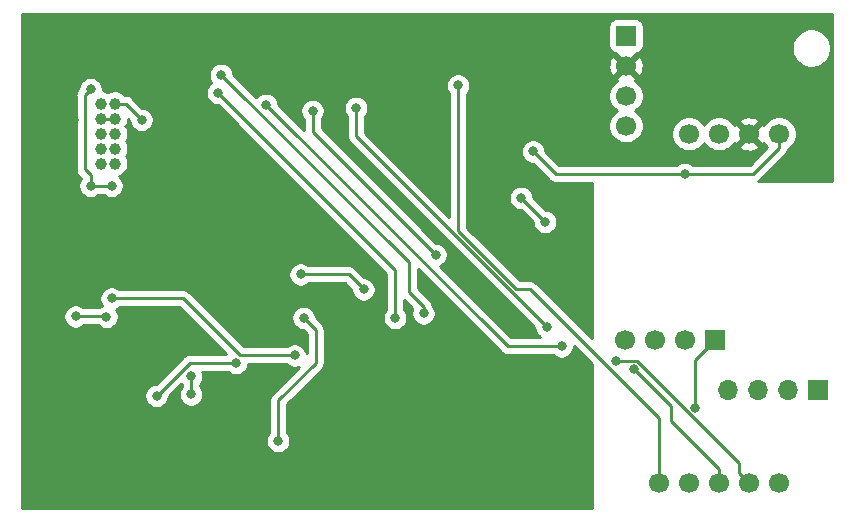
<source format=gbr>
%TF.GenerationSoftware,KiCad,Pcbnew,(5.1.5)-3*%
%TF.CreationDate,2020-03-09T23:17:30+02:00*%
%TF.ProjectId,iaq_device,6961715f-6465-4766-9963-652e6b696361,rev?*%
%TF.SameCoordinates,Original*%
%TF.FileFunction,Copper,L2,Bot*%
%TF.FilePolarity,Positive*%
%FSLAX46Y46*%
G04 Gerber Fmt 4.6, Leading zero omitted, Abs format (unit mm)*
G04 Created by KiCad (PCBNEW (5.1.5)-3) date 2020-03-09 23:17:30*
%MOMM*%
%LPD*%
G04 APERTURE LIST*
%ADD10O,1.700000X1.700000*%
%ADD11R,1.700000X1.700000*%
%ADD12C,1.700000*%
%ADD13C,1.000000*%
%ADD14C,0.800000*%
%ADD15C,0.254000*%
G04 APERTURE END LIST*
D10*
X164338000Y-106426000D03*
D11*
X166878000Y-106426000D03*
D10*
X159258000Y-106426000D03*
X161798000Y-106426000D03*
D12*
X150495000Y-102235000D03*
X153035000Y-102235000D03*
X155575000Y-102235000D03*
D11*
X158115000Y-102235000D03*
D12*
X163576000Y-84760000D03*
X161036000Y-84760000D03*
X158496000Y-84760000D03*
X155956000Y-84760000D03*
X153416000Y-114300000D03*
X155956000Y-114300000D03*
X158496000Y-114300000D03*
X161036000Y-114300000D03*
X163576000Y-114300000D03*
X150622000Y-84074000D03*
X150622000Y-81534000D03*
X150622000Y-78994000D03*
D11*
X150622000Y-76454000D03*
D13*
X106180000Y-82210000D03*
X106180000Y-83480000D03*
X106180000Y-84750000D03*
X106180000Y-86020000D03*
X106180000Y-87290000D03*
X107340000Y-87290000D03*
X107340000Y-86020000D03*
X107340000Y-84750000D03*
X107340000Y-83480000D03*
X107340000Y-82210000D03*
D14*
X156464000Y-107950000D03*
X119126000Y-76200000D03*
X111379000Y-80137000D03*
X121920000Y-80518000D03*
X114300000Y-76200000D03*
X107315000Y-93345000D03*
X103886000Y-83566000D03*
X107188000Y-115062000D03*
X131064000Y-114808000D03*
X113792000Y-92202000D03*
X121793000Y-92075000D03*
X144145000Y-77851000D03*
X131445000Y-77978000D03*
X147701000Y-85725000D03*
X124968000Y-98425000D03*
X145034000Y-96139000D03*
X105537000Y-104140000D03*
X107696000Y-101854000D03*
X126111000Y-82169000D03*
X116078000Y-81280000D03*
X131064000Y-100330000D03*
X136398000Y-80645000D03*
X104013000Y-100203000D03*
X106631500Y-100251500D03*
X109601000Y-83566000D03*
X142748000Y-86233000D03*
X155575000Y-88138000D03*
X110871000Y-106934000D03*
X117602000Y-104140000D03*
X121158000Y-110744000D03*
X123317000Y-100330000D03*
X143764000Y-92202000D03*
X141732000Y-90170000D03*
X134493000Y-94996000D03*
X124079000Y-82804000D03*
X107061000Y-98679000D03*
X122555000Y-103505000D03*
X127762000Y-82550000D03*
X143891000Y-101092000D03*
X149733000Y-103994000D03*
X113792000Y-106807000D03*
X113792000Y-105283000D03*
X145161000Y-102743000D03*
X120142000Y-82296000D03*
X151257000Y-104648000D03*
X133477000Y-99949000D03*
X116332000Y-79756000D03*
X107061000Y-89154000D03*
X105283000Y-89154000D03*
X105283000Y-80973798D03*
X128397000Y-97917000D03*
X123063000Y-96647000D03*
D15*
X156464000Y-103886000D02*
X158115000Y-102235000D01*
X156464000Y-107950000D02*
X156464000Y-103886000D01*
X107340000Y-83480000D02*
X106887106Y-83480000D01*
X106887106Y-83480000D02*
X106180000Y-83480000D01*
X131064000Y-96266000D02*
X116078000Y-81280000D01*
X131064000Y-100330000D02*
X131064000Y-96266000D01*
X136398000Y-93012078D02*
X141302922Y-97917000D01*
X136398000Y-80645000D02*
X136398000Y-93012078D01*
X141302922Y-97917000D02*
X142494000Y-97917000D01*
X153416000Y-108839000D02*
X153416000Y-114300000D01*
X142494000Y-97917000D02*
X153416000Y-108839000D01*
X106583000Y-100203000D02*
X106631500Y-100251500D01*
X104013000Y-100203000D02*
X106583000Y-100203000D01*
X108245000Y-82210000D02*
X107340000Y-82210000D01*
X109601000Y-83566000D02*
X108245000Y-82210000D01*
X163576000Y-85962081D02*
X161400081Y-88138000D01*
X163576000Y-84760000D02*
X163576000Y-85962081D01*
X144653000Y-88138000D02*
X142748000Y-86233000D01*
X161400081Y-88138000D02*
X155575000Y-88138000D01*
X155575000Y-88138000D02*
X144653000Y-88138000D01*
X113665000Y-104140000D02*
X117602000Y-104140000D01*
X110871000Y-106934000D02*
X113665000Y-104140000D01*
X121158000Y-110744000D02*
X121158000Y-107315000D01*
X121158000Y-107315000D02*
X124333000Y-104140000D01*
X124333000Y-101346000D02*
X123317000Y-100330000D01*
X124333000Y-104140000D02*
X124333000Y-101346000D01*
X143764000Y-92202000D02*
X141732000Y-90170000D01*
X134493000Y-94996000D02*
X124079000Y-84582000D01*
X124079000Y-84582000D02*
X124079000Y-82804000D01*
X107061000Y-98679000D02*
X113108924Y-98679000D01*
X117934924Y-103505000D02*
X122555000Y-103505000D01*
X113108924Y-98679000D02*
X117934924Y-103505000D01*
X127762000Y-82550000D02*
X127762000Y-84963000D01*
X127762000Y-84963000D02*
X143891000Y-101092000D01*
X160186001Y-113450001D02*
X161036000Y-114300000D01*
X160186001Y-112609079D02*
X160186001Y-113450001D01*
X151570922Y-103994000D02*
X160186001Y-112609079D01*
X149733000Y-103994000D02*
X151570922Y-103994000D01*
X113792000Y-106807000D02*
X113792000Y-105283000D01*
X145161000Y-102743000D02*
X140589000Y-102743000D01*
X140589000Y-102743000D02*
X120142000Y-82296000D01*
X158496000Y-113097919D02*
X154432000Y-109033919D01*
X158496000Y-114300000D02*
X158496000Y-113097919D01*
X154432000Y-109033919D02*
X154432000Y-107950000D01*
X154432000Y-107950000D02*
X154432000Y-107823000D01*
X154432000Y-107823000D02*
X151257000Y-104648000D01*
X133477000Y-99383315D02*
X132207000Y-98113315D01*
X133477000Y-99949000D02*
X133477000Y-99383315D01*
X132207000Y-98113315D02*
X132207000Y-95631000D01*
X132207000Y-95631000D02*
X116332000Y-79756000D01*
X107061000Y-89154000D02*
X105283000Y-89154000D01*
X104775000Y-87757000D02*
X104775000Y-81481798D01*
X105283000Y-89154000D02*
X105283000Y-88265000D01*
X104775000Y-81481798D02*
X105283000Y-80973798D01*
X105283000Y-88265000D02*
X104775000Y-87757000D01*
X128397000Y-97917000D02*
X127127000Y-96647000D01*
X127127000Y-96647000D02*
X123063000Y-96647000D01*
G36*
X168021000Y-88773000D02*
G01*
X161827477Y-88773000D01*
X161941503Y-88679422D01*
X161965365Y-88650346D01*
X164088352Y-86527360D01*
X164117422Y-86503503D01*
X164212645Y-86387473D01*
X164283402Y-86255096D01*
X164326974Y-86111459D01*
X164334064Y-86039472D01*
X164522632Y-85913475D01*
X164729475Y-85706632D01*
X164891990Y-85463411D01*
X165003932Y-85193158D01*
X165061000Y-84906260D01*
X165061000Y-84613740D01*
X165003932Y-84326842D01*
X164891990Y-84056589D01*
X164729475Y-83813368D01*
X164522632Y-83606525D01*
X164279411Y-83444010D01*
X164009158Y-83332068D01*
X163722260Y-83275000D01*
X163429740Y-83275000D01*
X163142842Y-83332068D01*
X162872589Y-83444010D01*
X162629368Y-83606525D01*
X162422525Y-83813368D01*
X162306689Y-83986729D01*
X162064397Y-83911208D01*
X161215605Y-84760000D01*
X162064397Y-85608792D01*
X162306689Y-85533271D01*
X162422525Y-85706632D01*
X162588172Y-85872279D01*
X161084451Y-87376000D01*
X156276711Y-87376000D01*
X156234774Y-87334063D01*
X156065256Y-87220795D01*
X155876898Y-87142774D01*
X155676939Y-87103000D01*
X155473061Y-87103000D01*
X155273102Y-87142774D01*
X155084744Y-87220795D01*
X154915226Y-87334063D01*
X154873289Y-87376000D01*
X144968631Y-87376000D01*
X143783000Y-86190370D01*
X143783000Y-86131061D01*
X143743226Y-85931102D01*
X143665205Y-85742744D01*
X143551937Y-85573226D01*
X143407774Y-85429063D01*
X143238256Y-85315795D01*
X143049898Y-85237774D01*
X142849939Y-85198000D01*
X142646061Y-85198000D01*
X142446102Y-85237774D01*
X142257744Y-85315795D01*
X142088226Y-85429063D01*
X141944063Y-85573226D01*
X141830795Y-85742744D01*
X141752774Y-85931102D01*
X141713000Y-86131061D01*
X141713000Y-86334939D01*
X141752774Y-86534898D01*
X141830795Y-86723256D01*
X141944063Y-86892774D01*
X142088226Y-87036937D01*
X142257744Y-87150205D01*
X142446102Y-87228226D01*
X142646061Y-87268000D01*
X142705370Y-87268000D01*
X144087721Y-88650352D01*
X144111578Y-88679422D01*
X144140648Y-88703279D01*
X144227607Y-88774645D01*
X144270879Y-88797774D01*
X144359985Y-88845402D01*
X144503622Y-88888974D01*
X144615574Y-88900000D01*
X144615577Y-88900000D01*
X144653000Y-88903686D01*
X144690423Y-88900000D01*
X147701000Y-88900000D01*
X147701000Y-102046370D01*
X143059284Y-97404654D01*
X143035422Y-97375578D01*
X142919392Y-97280355D01*
X142787015Y-97209598D01*
X142643378Y-97166026D01*
X142531426Y-97155000D01*
X142531423Y-97155000D01*
X142494000Y-97151314D01*
X142456577Y-97155000D01*
X141618553Y-97155000D01*
X137160000Y-92696448D01*
X137160000Y-90068061D01*
X140697000Y-90068061D01*
X140697000Y-90271939D01*
X140736774Y-90471898D01*
X140814795Y-90660256D01*
X140928063Y-90829774D01*
X141072226Y-90973937D01*
X141241744Y-91087205D01*
X141430102Y-91165226D01*
X141630061Y-91205000D01*
X141689370Y-91205000D01*
X142729000Y-92244631D01*
X142729000Y-92303939D01*
X142768774Y-92503898D01*
X142846795Y-92692256D01*
X142960063Y-92861774D01*
X143104226Y-93005937D01*
X143273744Y-93119205D01*
X143462102Y-93197226D01*
X143662061Y-93237000D01*
X143865939Y-93237000D01*
X144065898Y-93197226D01*
X144254256Y-93119205D01*
X144423774Y-93005937D01*
X144567937Y-92861774D01*
X144681205Y-92692256D01*
X144759226Y-92503898D01*
X144799000Y-92303939D01*
X144799000Y-92100061D01*
X144759226Y-91900102D01*
X144681205Y-91711744D01*
X144567937Y-91542226D01*
X144423774Y-91398063D01*
X144254256Y-91284795D01*
X144065898Y-91206774D01*
X143865939Y-91167000D01*
X143806631Y-91167000D01*
X142767000Y-90127370D01*
X142767000Y-90068061D01*
X142727226Y-89868102D01*
X142649205Y-89679744D01*
X142535937Y-89510226D01*
X142391774Y-89366063D01*
X142222256Y-89252795D01*
X142033898Y-89174774D01*
X141833939Y-89135000D01*
X141630061Y-89135000D01*
X141430102Y-89174774D01*
X141241744Y-89252795D01*
X141072226Y-89366063D01*
X140928063Y-89510226D01*
X140814795Y-89679744D01*
X140736774Y-89868102D01*
X140697000Y-90068061D01*
X137160000Y-90068061D01*
X137160000Y-81387740D01*
X149137000Y-81387740D01*
X149137000Y-81680260D01*
X149194068Y-81967158D01*
X149306010Y-82237411D01*
X149468525Y-82480632D01*
X149675368Y-82687475D01*
X149849760Y-82804000D01*
X149675368Y-82920525D01*
X149468525Y-83127368D01*
X149306010Y-83370589D01*
X149194068Y-83640842D01*
X149137000Y-83927740D01*
X149137000Y-84220260D01*
X149194068Y-84507158D01*
X149306010Y-84777411D01*
X149468525Y-85020632D01*
X149675368Y-85227475D01*
X149918589Y-85389990D01*
X150188842Y-85501932D01*
X150475740Y-85559000D01*
X150768260Y-85559000D01*
X151055158Y-85501932D01*
X151325411Y-85389990D01*
X151568632Y-85227475D01*
X151775475Y-85020632D01*
X151937990Y-84777411D01*
X152005784Y-84613740D01*
X154471000Y-84613740D01*
X154471000Y-84906260D01*
X154528068Y-85193158D01*
X154640010Y-85463411D01*
X154802525Y-85706632D01*
X155009368Y-85913475D01*
X155252589Y-86075990D01*
X155522842Y-86187932D01*
X155809740Y-86245000D01*
X156102260Y-86245000D01*
X156389158Y-86187932D01*
X156659411Y-86075990D01*
X156902632Y-85913475D01*
X157109475Y-85706632D01*
X157226000Y-85532240D01*
X157342525Y-85706632D01*
X157549368Y-85913475D01*
X157792589Y-86075990D01*
X158062842Y-86187932D01*
X158349740Y-86245000D01*
X158642260Y-86245000D01*
X158929158Y-86187932D01*
X159199411Y-86075990D01*
X159442632Y-85913475D01*
X159567710Y-85788397D01*
X160187208Y-85788397D01*
X160264843Y-86037472D01*
X160528883Y-86163371D01*
X160812411Y-86235339D01*
X161104531Y-86250611D01*
X161394019Y-86208599D01*
X161669747Y-86110919D01*
X161807157Y-86037472D01*
X161884792Y-85788397D01*
X161036000Y-84939605D01*
X160187208Y-85788397D01*
X159567710Y-85788397D01*
X159649475Y-85706632D01*
X159765311Y-85533271D01*
X160007603Y-85608792D01*
X160856395Y-84760000D01*
X160007603Y-83911208D01*
X159765311Y-83986729D01*
X159649475Y-83813368D01*
X159567710Y-83731603D01*
X160187208Y-83731603D01*
X161036000Y-84580395D01*
X161884792Y-83731603D01*
X161807157Y-83482528D01*
X161543117Y-83356629D01*
X161259589Y-83284661D01*
X160967469Y-83269389D01*
X160677981Y-83311401D01*
X160402253Y-83409081D01*
X160264843Y-83482528D01*
X160187208Y-83731603D01*
X159567710Y-83731603D01*
X159442632Y-83606525D01*
X159199411Y-83444010D01*
X158929158Y-83332068D01*
X158642260Y-83275000D01*
X158349740Y-83275000D01*
X158062842Y-83332068D01*
X157792589Y-83444010D01*
X157549368Y-83606525D01*
X157342525Y-83813368D01*
X157226000Y-83987760D01*
X157109475Y-83813368D01*
X156902632Y-83606525D01*
X156659411Y-83444010D01*
X156389158Y-83332068D01*
X156102260Y-83275000D01*
X155809740Y-83275000D01*
X155522842Y-83332068D01*
X155252589Y-83444010D01*
X155009368Y-83606525D01*
X154802525Y-83813368D01*
X154640010Y-84056589D01*
X154528068Y-84326842D01*
X154471000Y-84613740D01*
X152005784Y-84613740D01*
X152049932Y-84507158D01*
X152107000Y-84220260D01*
X152107000Y-83927740D01*
X152049932Y-83640842D01*
X151937990Y-83370589D01*
X151775475Y-83127368D01*
X151568632Y-82920525D01*
X151394240Y-82804000D01*
X151568632Y-82687475D01*
X151775475Y-82480632D01*
X151937990Y-82237411D01*
X152049932Y-81967158D01*
X152107000Y-81680260D01*
X152107000Y-81387740D01*
X152049932Y-81100842D01*
X151937990Y-80830589D01*
X151775475Y-80587368D01*
X151568632Y-80380525D01*
X151395271Y-80264689D01*
X151470792Y-80022397D01*
X150622000Y-79173605D01*
X149773208Y-80022397D01*
X149848729Y-80264689D01*
X149675368Y-80380525D01*
X149468525Y-80587368D01*
X149306010Y-80830589D01*
X149194068Y-81100842D01*
X149137000Y-81387740D01*
X137160000Y-81387740D01*
X137160000Y-81346711D01*
X137201937Y-81304774D01*
X137315205Y-81135256D01*
X137393226Y-80946898D01*
X137433000Y-80746939D01*
X137433000Y-80543061D01*
X137393226Y-80343102D01*
X137315205Y-80154744D01*
X137201937Y-79985226D01*
X137057774Y-79841063D01*
X136888256Y-79727795D01*
X136699898Y-79649774D01*
X136499939Y-79610000D01*
X136296061Y-79610000D01*
X136096102Y-79649774D01*
X135907744Y-79727795D01*
X135738226Y-79841063D01*
X135594063Y-79985226D01*
X135480795Y-80154744D01*
X135402774Y-80343102D01*
X135363000Y-80543061D01*
X135363000Y-80746939D01*
X135402774Y-80946898D01*
X135480795Y-81135256D01*
X135594063Y-81304774D01*
X135636000Y-81346711D01*
X135636001Y-91759371D01*
X128524000Y-84647370D01*
X128524000Y-83251711D01*
X128565937Y-83209774D01*
X128679205Y-83040256D01*
X128757226Y-82851898D01*
X128797000Y-82651939D01*
X128797000Y-82448061D01*
X128757226Y-82248102D01*
X128679205Y-82059744D01*
X128565937Y-81890226D01*
X128421774Y-81746063D01*
X128252256Y-81632795D01*
X128063898Y-81554774D01*
X127863939Y-81515000D01*
X127660061Y-81515000D01*
X127460102Y-81554774D01*
X127271744Y-81632795D01*
X127102226Y-81746063D01*
X126958063Y-81890226D01*
X126844795Y-82059744D01*
X126766774Y-82248102D01*
X126727000Y-82448061D01*
X126727000Y-82651939D01*
X126766774Y-82851898D01*
X126844795Y-83040256D01*
X126958063Y-83209774D01*
X127000000Y-83251711D01*
X127000001Y-84925567D01*
X126996314Y-84963000D01*
X127011027Y-85112378D01*
X127054599Y-85256015D01*
X127125355Y-85388392D01*
X127186922Y-85463411D01*
X127220579Y-85504422D01*
X127249649Y-85528279D01*
X142856000Y-101134630D01*
X142856000Y-101193939D01*
X142895774Y-101393898D01*
X142973795Y-101582256D01*
X143087063Y-101751774D01*
X143231226Y-101895937D01*
X143358532Y-101981000D01*
X140904630Y-101981000D01*
X134879721Y-95956091D01*
X134983256Y-95913205D01*
X135152774Y-95799937D01*
X135296937Y-95655774D01*
X135410205Y-95486256D01*
X135488226Y-95297898D01*
X135528000Y-95097939D01*
X135528000Y-94894061D01*
X135488226Y-94694102D01*
X135410205Y-94505744D01*
X135296937Y-94336226D01*
X135152774Y-94192063D01*
X134983256Y-94078795D01*
X134794898Y-94000774D01*
X134594939Y-93961000D01*
X134535631Y-93961000D01*
X124841000Y-84266370D01*
X124841000Y-83505711D01*
X124882937Y-83463774D01*
X124996205Y-83294256D01*
X125074226Y-83105898D01*
X125114000Y-82905939D01*
X125114000Y-82702061D01*
X125074226Y-82502102D01*
X124996205Y-82313744D01*
X124882937Y-82144226D01*
X124738774Y-82000063D01*
X124569256Y-81886795D01*
X124380898Y-81808774D01*
X124180939Y-81769000D01*
X123977061Y-81769000D01*
X123777102Y-81808774D01*
X123588744Y-81886795D01*
X123419226Y-82000063D01*
X123275063Y-82144226D01*
X123161795Y-82313744D01*
X123083774Y-82502102D01*
X123044000Y-82702061D01*
X123044000Y-82905939D01*
X123083774Y-83105898D01*
X123161795Y-83294256D01*
X123275063Y-83463774D01*
X123317001Y-83505712D01*
X123317000Y-84393370D01*
X121177000Y-82253370D01*
X121177000Y-82194061D01*
X121137226Y-81994102D01*
X121059205Y-81805744D01*
X120945937Y-81636226D01*
X120801774Y-81492063D01*
X120632256Y-81378795D01*
X120443898Y-81300774D01*
X120243939Y-81261000D01*
X120040061Y-81261000D01*
X119840102Y-81300774D01*
X119651744Y-81378795D01*
X119482226Y-81492063D01*
X119338063Y-81636226D01*
X119318754Y-81665124D01*
X117367000Y-79713370D01*
X117367000Y-79654061D01*
X117327226Y-79454102D01*
X117249205Y-79265744D01*
X117135937Y-79096226D01*
X117102242Y-79062531D01*
X149131389Y-79062531D01*
X149173401Y-79352019D01*
X149271081Y-79627747D01*
X149344528Y-79765157D01*
X149593603Y-79842792D01*
X150442395Y-78994000D01*
X150801605Y-78994000D01*
X151650397Y-79842792D01*
X151899472Y-79765157D01*
X152025371Y-79501117D01*
X152097339Y-79217589D01*
X152112611Y-78925469D01*
X152070599Y-78635981D01*
X151972919Y-78360253D01*
X151899472Y-78222843D01*
X151650397Y-78145208D01*
X150801605Y-78994000D01*
X150442395Y-78994000D01*
X149593603Y-78145208D01*
X149344528Y-78222843D01*
X149218629Y-78486883D01*
X149146661Y-78770411D01*
X149131389Y-79062531D01*
X117102242Y-79062531D01*
X116991774Y-78952063D01*
X116822256Y-78838795D01*
X116633898Y-78760774D01*
X116433939Y-78721000D01*
X116230061Y-78721000D01*
X116030102Y-78760774D01*
X115841744Y-78838795D01*
X115672226Y-78952063D01*
X115528063Y-79096226D01*
X115414795Y-79265744D01*
X115336774Y-79454102D01*
X115297000Y-79654061D01*
X115297000Y-79857939D01*
X115336774Y-80057898D01*
X115414795Y-80246256D01*
X115522011Y-80406716D01*
X115418226Y-80476063D01*
X115274063Y-80620226D01*
X115160795Y-80789744D01*
X115082774Y-80978102D01*
X115043000Y-81178061D01*
X115043000Y-81381939D01*
X115082774Y-81581898D01*
X115160795Y-81770256D01*
X115274063Y-81939774D01*
X115418226Y-82083937D01*
X115587744Y-82197205D01*
X115776102Y-82275226D01*
X115976061Y-82315000D01*
X116035370Y-82315000D01*
X130302001Y-96581632D01*
X130302000Y-99628289D01*
X130260063Y-99670226D01*
X130146795Y-99839744D01*
X130068774Y-100028102D01*
X130029000Y-100228061D01*
X130029000Y-100431939D01*
X130068774Y-100631898D01*
X130146795Y-100820256D01*
X130260063Y-100989774D01*
X130404226Y-101133937D01*
X130573744Y-101247205D01*
X130762102Y-101325226D01*
X130962061Y-101365000D01*
X131165939Y-101365000D01*
X131365898Y-101325226D01*
X131554256Y-101247205D01*
X131723774Y-101133937D01*
X131867937Y-100989774D01*
X131981205Y-100820256D01*
X132059226Y-100631898D01*
X132099000Y-100431939D01*
X132099000Y-100228061D01*
X132059226Y-100028102D01*
X131981205Y-99839744D01*
X131867937Y-99670226D01*
X131826000Y-99628289D01*
X131826000Y-98809945D01*
X132534900Y-99518846D01*
X132481774Y-99647102D01*
X132442000Y-99847061D01*
X132442000Y-100050939D01*
X132481774Y-100250898D01*
X132559795Y-100439256D01*
X132673063Y-100608774D01*
X132817226Y-100752937D01*
X132986744Y-100866205D01*
X133175102Y-100944226D01*
X133375061Y-100984000D01*
X133578939Y-100984000D01*
X133778898Y-100944226D01*
X133967256Y-100866205D01*
X134136774Y-100752937D01*
X134280937Y-100608774D01*
X134394205Y-100439256D01*
X134472226Y-100250898D01*
X134512000Y-100050939D01*
X134512000Y-99847061D01*
X134472226Y-99647102D01*
X134394205Y-99458744D01*
X134280937Y-99289226D01*
X134228228Y-99236517D01*
X134227974Y-99233937D01*
X134184402Y-99090300D01*
X134113645Y-98957923D01*
X134018422Y-98841893D01*
X133989352Y-98818036D01*
X132969000Y-97797685D01*
X132969000Y-96200630D01*
X140023716Y-103255346D01*
X140047578Y-103284422D01*
X140102116Y-103329180D01*
X140163607Y-103379645D01*
X140181160Y-103389027D01*
X140295985Y-103450402D01*
X140439622Y-103493974D01*
X140551574Y-103505000D01*
X140551577Y-103505000D01*
X140589000Y-103508686D01*
X140626423Y-103505000D01*
X144459289Y-103505000D01*
X144501226Y-103546937D01*
X144670744Y-103660205D01*
X144859102Y-103738226D01*
X145059061Y-103778000D01*
X145262939Y-103778000D01*
X145462898Y-103738226D01*
X145651256Y-103660205D01*
X145820774Y-103546937D01*
X145964937Y-103402774D01*
X146078205Y-103233256D01*
X146156226Y-103044898D01*
X146196000Y-102844939D01*
X146196000Y-102696630D01*
X147701000Y-104201630D01*
X147701000Y-116434000D01*
X99466000Y-116434000D01*
X99466000Y-100101061D01*
X102978000Y-100101061D01*
X102978000Y-100304939D01*
X103017774Y-100504898D01*
X103095795Y-100693256D01*
X103209063Y-100862774D01*
X103353226Y-101006937D01*
X103522744Y-101120205D01*
X103711102Y-101198226D01*
X103911061Y-101238000D01*
X104114939Y-101238000D01*
X104314898Y-101198226D01*
X104503256Y-101120205D01*
X104672774Y-101006937D01*
X104714711Y-100965000D01*
X105881289Y-100965000D01*
X105971726Y-101055437D01*
X106141244Y-101168705D01*
X106329602Y-101246726D01*
X106529561Y-101286500D01*
X106733439Y-101286500D01*
X106933398Y-101246726D01*
X107121756Y-101168705D01*
X107291274Y-101055437D01*
X107435437Y-100911274D01*
X107548705Y-100741756D01*
X107626726Y-100553398D01*
X107666500Y-100353439D01*
X107666500Y-100149561D01*
X107626726Y-99949602D01*
X107548705Y-99761244D01*
X107462888Y-99632809D01*
X107551256Y-99596205D01*
X107720774Y-99482937D01*
X107762711Y-99441000D01*
X112793294Y-99441000D01*
X116730294Y-103378000D01*
X113702423Y-103378000D01*
X113665000Y-103374314D01*
X113627577Y-103378000D01*
X113627574Y-103378000D01*
X113515622Y-103389026D01*
X113371985Y-103432598D01*
X113310364Y-103465535D01*
X113239607Y-103503355D01*
X113199604Y-103536185D01*
X113123578Y-103598578D01*
X113099716Y-103627654D01*
X110828370Y-105899000D01*
X110769061Y-105899000D01*
X110569102Y-105938774D01*
X110380744Y-106016795D01*
X110211226Y-106130063D01*
X110067063Y-106274226D01*
X109953795Y-106443744D01*
X109875774Y-106632102D01*
X109836000Y-106832061D01*
X109836000Y-107035939D01*
X109875774Y-107235898D01*
X109953795Y-107424256D01*
X110067063Y-107593774D01*
X110211226Y-107737937D01*
X110380744Y-107851205D01*
X110569102Y-107929226D01*
X110769061Y-107969000D01*
X110972939Y-107969000D01*
X111172898Y-107929226D01*
X111361256Y-107851205D01*
X111530774Y-107737937D01*
X111674937Y-107593774D01*
X111788205Y-107424256D01*
X111866226Y-107235898D01*
X111906000Y-107035939D01*
X111906000Y-106976630D01*
X112968754Y-105913876D01*
X112988063Y-105942774D01*
X113030001Y-105984712D01*
X113030000Y-106105289D01*
X112988063Y-106147226D01*
X112874795Y-106316744D01*
X112796774Y-106505102D01*
X112757000Y-106705061D01*
X112757000Y-106908939D01*
X112796774Y-107108898D01*
X112874795Y-107297256D01*
X112988063Y-107466774D01*
X113132226Y-107610937D01*
X113301744Y-107724205D01*
X113490102Y-107802226D01*
X113690061Y-107842000D01*
X113893939Y-107842000D01*
X114093898Y-107802226D01*
X114282256Y-107724205D01*
X114451774Y-107610937D01*
X114595937Y-107466774D01*
X114709205Y-107297256D01*
X114787226Y-107108898D01*
X114827000Y-106908939D01*
X114827000Y-106705061D01*
X114787226Y-106505102D01*
X114709205Y-106316744D01*
X114595937Y-106147226D01*
X114554000Y-106105289D01*
X114554000Y-105984711D01*
X114595937Y-105942774D01*
X114709205Y-105773256D01*
X114787226Y-105584898D01*
X114827000Y-105384939D01*
X114827000Y-105181061D01*
X114787226Y-104981102D01*
X114754461Y-104902000D01*
X116900289Y-104902000D01*
X116942226Y-104943937D01*
X117111744Y-105057205D01*
X117300102Y-105135226D01*
X117500061Y-105175000D01*
X117703939Y-105175000D01*
X117903898Y-105135226D01*
X118092256Y-105057205D01*
X118261774Y-104943937D01*
X118405937Y-104799774D01*
X118519205Y-104630256D01*
X118597226Y-104441898D01*
X118632015Y-104267000D01*
X121853289Y-104267000D01*
X121895226Y-104308937D01*
X122064744Y-104422205D01*
X122253102Y-104500226D01*
X122453061Y-104540000D01*
X122656939Y-104540000D01*
X122856898Y-104500226D01*
X122922187Y-104473182D01*
X120645649Y-106749721D01*
X120616579Y-106773578D01*
X120592722Y-106802648D01*
X120592721Y-106802649D01*
X120521355Y-106889608D01*
X120450599Y-107021985D01*
X120407027Y-107165622D01*
X120392314Y-107315000D01*
X120396001Y-107352433D01*
X120396000Y-110042289D01*
X120354063Y-110084226D01*
X120240795Y-110253744D01*
X120162774Y-110442102D01*
X120123000Y-110642061D01*
X120123000Y-110845939D01*
X120162774Y-111045898D01*
X120240795Y-111234256D01*
X120354063Y-111403774D01*
X120498226Y-111547937D01*
X120667744Y-111661205D01*
X120856102Y-111739226D01*
X121056061Y-111779000D01*
X121259939Y-111779000D01*
X121459898Y-111739226D01*
X121648256Y-111661205D01*
X121817774Y-111547937D01*
X121961937Y-111403774D01*
X122075205Y-111234256D01*
X122153226Y-111045898D01*
X122193000Y-110845939D01*
X122193000Y-110642061D01*
X122153226Y-110442102D01*
X122075205Y-110253744D01*
X121961937Y-110084226D01*
X121920000Y-110042289D01*
X121920000Y-107630630D01*
X124845353Y-104705278D01*
X124874422Y-104681422D01*
X124969645Y-104565392D01*
X125040402Y-104433015D01*
X125083974Y-104289378D01*
X125095000Y-104177426D01*
X125095000Y-104177424D01*
X125098686Y-104140001D01*
X125095000Y-104102578D01*
X125095000Y-101383423D01*
X125098686Y-101346000D01*
X125090640Y-101264306D01*
X125083974Y-101196622D01*
X125040402Y-101052985D01*
X124982269Y-100944226D01*
X124969645Y-100920607D01*
X124898279Y-100833648D01*
X124874422Y-100804578D01*
X124845351Y-100780721D01*
X124352000Y-100287370D01*
X124352000Y-100228061D01*
X124312226Y-100028102D01*
X124234205Y-99839744D01*
X124120937Y-99670226D01*
X123976774Y-99526063D01*
X123807256Y-99412795D01*
X123618898Y-99334774D01*
X123418939Y-99295000D01*
X123215061Y-99295000D01*
X123015102Y-99334774D01*
X122826744Y-99412795D01*
X122657226Y-99526063D01*
X122513063Y-99670226D01*
X122399795Y-99839744D01*
X122321774Y-100028102D01*
X122282000Y-100228061D01*
X122282000Y-100431939D01*
X122321774Y-100631898D01*
X122399795Y-100820256D01*
X122513063Y-100989774D01*
X122657226Y-101133937D01*
X122826744Y-101247205D01*
X123015102Y-101325226D01*
X123215061Y-101365000D01*
X123274370Y-101365000D01*
X123571001Y-101661632D01*
X123571000Y-103307542D01*
X123550226Y-103203102D01*
X123472205Y-103014744D01*
X123358937Y-102845226D01*
X123214774Y-102701063D01*
X123045256Y-102587795D01*
X122856898Y-102509774D01*
X122656939Y-102470000D01*
X122453061Y-102470000D01*
X122253102Y-102509774D01*
X122064744Y-102587795D01*
X121895226Y-102701063D01*
X121853289Y-102743000D01*
X118250554Y-102743000D01*
X113674208Y-98166654D01*
X113650346Y-98137578D01*
X113534316Y-98042355D01*
X113401939Y-97971598D01*
X113258302Y-97928026D01*
X113146350Y-97917000D01*
X113146347Y-97917000D01*
X113108924Y-97913314D01*
X113071501Y-97917000D01*
X107762711Y-97917000D01*
X107720774Y-97875063D01*
X107551256Y-97761795D01*
X107362898Y-97683774D01*
X107162939Y-97644000D01*
X106959061Y-97644000D01*
X106759102Y-97683774D01*
X106570744Y-97761795D01*
X106401226Y-97875063D01*
X106257063Y-98019226D01*
X106143795Y-98188744D01*
X106065774Y-98377102D01*
X106026000Y-98577061D01*
X106026000Y-98780939D01*
X106065774Y-98980898D01*
X106143795Y-99169256D01*
X106229612Y-99297691D01*
X106141244Y-99334295D01*
X105981548Y-99441000D01*
X104714711Y-99441000D01*
X104672774Y-99399063D01*
X104503256Y-99285795D01*
X104314898Y-99207774D01*
X104114939Y-99168000D01*
X103911061Y-99168000D01*
X103711102Y-99207774D01*
X103522744Y-99285795D01*
X103353226Y-99399063D01*
X103209063Y-99543226D01*
X103095795Y-99712744D01*
X103017774Y-99901102D01*
X102978000Y-100101061D01*
X99466000Y-100101061D01*
X99466000Y-96545061D01*
X122028000Y-96545061D01*
X122028000Y-96748939D01*
X122067774Y-96948898D01*
X122145795Y-97137256D01*
X122259063Y-97306774D01*
X122403226Y-97450937D01*
X122572744Y-97564205D01*
X122761102Y-97642226D01*
X122961061Y-97682000D01*
X123164939Y-97682000D01*
X123364898Y-97642226D01*
X123553256Y-97564205D01*
X123722774Y-97450937D01*
X123764711Y-97409000D01*
X126811370Y-97409000D01*
X127362000Y-97959631D01*
X127362000Y-98018939D01*
X127401774Y-98218898D01*
X127479795Y-98407256D01*
X127593063Y-98576774D01*
X127737226Y-98720937D01*
X127906744Y-98834205D01*
X128095102Y-98912226D01*
X128295061Y-98952000D01*
X128498939Y-98952000D01*
X128698898Y-98912226D01*
X128887256Y-98834205D01*
X129056774Y-98720937D01*
X129200937Y-98576774D01*
X129314205Y-98407256D01*
X129392226Y-98218898D01*
X129432000Y-98018939D01*
X129432000Y-97815061D01*
X129392226Y-97615102D01*
X129314205Y-97426744D01*
X129200937Y-97257226D01*
X129056774Y-97113063D01*
X128887256Y-96999795D01*
X128698898Y-96921774D01*
X128498939Y-96882000D01*
X128439631Y-96882000D01*
X127692284Y-96134654D01*
X127668422Y-96105578D01*
X127552392Y-96010355D01*
X127420015Y-95939598D01*
X127276378Y-95896026D01*
X127164426Y-95885000D01*
X127164423Y-95885000D01*
X127127000Y-95881314D01*
X127089577Y-95885000D01*
X123764711Y-95885000D01*
X123722774Y-95843063D01*
X123553256Y-95729795D01*
X123364898Y-95651774D01*
X123164939Y-95612000D01*
X122961061Y-95612000D01*
X122761102Y-95651774D01*
X122572744Y-95729795D01*
X122403226Y-95843063D01*
X122259063Y-95987226D01*
X122145795Y-96156744D01*
X122067774Y-96345102D01*
X122028000Y-96545061D01*
X99466000Y-96545061D01*
X99466000Y-81481798D01*
X104009314Y-81481798D01*
X104013001Y-81519231D01*
X104013000Y-87719577D01*
X104009314Y-87757000D01*
X104013000Y-87794423D01*
X104013000Y-87794425D01*
X104024026Y-87906377D01*
X104067598Y-88050014D01*
X104067599Y-88050015D01*
X104138355Y-88182392D01*
X104175435Y-88227574D01*
X104233578Y-88298422D01*
X104262654Y-88322284D01*
X104461252Y-88520882D01*
X104365795Y-88663744D01*
X104287774Y-88852102D01*
X104248000Y-89052061D01*
X104248000Y-89255939D01*
X104287774Y-89455898D01*
X104365795Y-89644256D01*
X104479063Y-89813774D01*
X104623226Y-89957937D01*
X104792744Y-90071205D01*
X104981102Y-90149226D01*
X105181061Y-90189000D01*
X105384939Y-90189000D01*
X105584898Y-90149226D01*
X105773256Y-90071205D01*
X105942774Y-89957937D01*
X105984711Y-89916000D01*
X106359289Y-89916000D01*
X106401226Y-89957937D01*
X106570744Y-90071205D01*
X106759102Y-90149226D01*
X106959061Y-90189000D01*
X107162939Y-90189000D01*
X107362898Y-90149226D01*
X107551256Y-90071205D01*
X107720774Y-89957937D01*
X107864937Y-89813774D01*
X107978205Y-89644256D01*
X108056226Y-89455898D01*
X108096000Y-89255939D01*
X108096000Y-89052061D01*
X108056226Y-88852102D01*
X107978205Y-88663744D01*
X107864937Y-88494226D01*
X107728362Y-88357651D01*
X107877624Y-88295824D01*
X108063520Y-88171612D01*
X108221612Y-88013520D01*
X108345824Y-87827624D01*
X108431383Y-87621067D01*
X108475000Y-87401788D01*
X108475000Y-87178212D01*
X108431383Y-86958933D01*
X108345824Y-86752376D01*
X108280759Y-86655000D01*
X108345824Y-86557624D01*
X108431383Y-86351067D01*
X108475000Y-86131788D01*
X108475000Y-85908212D01*
X108431383Y-85688933D01*
X108345824Y-85482376D01*
X108280759Y-85385000D01*
X108345824Y-85287624D01*
X108431383Y-85081067D01*
X108475000Y-84861788D01*
X108475000Y-84638212D01*
X108431383Y-84418933D01*
X108345824Y-84212376D01*
X108242720Y-84058070D01*
X108331588Y-84043450D01*
X108422458Y-83839174D01*
X108471731Y-83621095D01*
X108474422Y-83517052D01*
X108566000Y-83608630D01*
X108566000Y-83667939D01*
X108605774Y-83867898D01*
X108683795Y-84056256D01*
X108797063Y-84225774D01*
X108941226Y-84369937D01*
X109110744Y-84483205D01*
X109299102Y-84561226D01*
X109499061Y-84601000D01*
X109702939Y-84601000D01*
X109902898Y-84561226D01*
X110091256Y-84483205D01*
X110260774Y-84369937D01*
X110404937Y-84225774D01*
X110518205Y-84056256D01*
X110596226Y-83867898D01*
X110636000Y-83667939D01*
X110636000Y-83464061D01*
X110596226Y-83264102D01*
X110518205Y-83075744D01*
X110404937Y-82906226D01*
X110260774Y-82762063D01*
X110091256Y-82648795D01*
X109902898Y-82570774D01*
X109702939Y-82531000D01*
X109643630Y-82531000D01*
X108810284Y-81697654D01*
X108786422Y-81668578D01*
X108670392Y-81573355D01*
X108538015Y-81502598D01*
X108394378Y-81459026D01*
X108282426Y-81448000D01*
X108282423Y-81448000D01*
X108245000Y-81444314D01*
X108207577Y-81448000D01*
X108183132Y-81448000D01*
X108063520Y-81328388D01*
X107877624Y-81204176D01*
X107671067Y-81118617D01*
X107451788Y-81075000D01*
X107228212Y-81075000D01*
X107008933Y-81118617D01*
X106802376Y-81204176D01*
X106760000Y-81232491D01*
X106717624Y-81204176D01*
X106511067Y-81118617D01*
X106317143Y-81080043D01*
X106318000Y-81075737D01*
X106318000Y-80871859D01*
X106278226Y-80671900D01*
X106200205Y-80483542D01*
X106086937Y-80314024D01*
X105942774Y-80169861D01*
X105773256Y-80056593D01*
X105584898Y-79978572D01*
X105384939Y-79938798D01*
X105181061Y-79938798D01*
X104981102Y-79978572D01*
X104792744Y-80056593D01*
X104623226Y-80169861D01*
X104479063Y-80314024D01*
X104365795Y-80483542D01*
X104287774Y-80671900D01*
X104248000Y-80871859D01*
X104248000Y-80928541D01*
X104233579Y-80940376D01*
X104209722Y-80969446D01*
X104209721Y-80969447D01*
X104138355Y-81056406D01*
X104067599Y-81188783D01*
X104024027Y-81332420D01*
X104009314Y-81481798D01*
X99466000Y-81481798D01*
X99466000Y-75604000D01*
X149133928Y-75604000D01*
X149133928Y-77304000D01*
X149146188Y-77428482D01*
X149182498Y-77548180D01*
X149241463Y-77658494D01*
X149320815Y-77755185D01*
X149417506Y-77834537D01*
X149527820Y-77893502D01*
X149647518Y-77929812D01*
X149772000Y-77942072D01*
X149780542Y-77942072D01*
X149773208Y-77965603D01*
X150622000Y-78814395D01*
X151470792Y-77965603D01*
X151463458Y-77942072D01*
X151472000Y-77942072D01*
X151596482Y-77929812D01*
X151716180Y-77893502D01*
X151826494Y-77834537D01*
X151923185Y-77755185D01*
X152002537Y-77658494D01*
X152061502Y-77548180D01*
X152097812Y-77428482D01*
X152107971Y-77325331D01*
X164638090Y-77325331D01*
X164638090Y-77654669D01*
X164702340Y-77977678D01*
X164828372Y-78281947D01*
X165011342Y-78555781D01*
X165244219Y-78788658D01*
X165518053Y-78971628D01*
X165822322Y-79097660D01*
X166145331Y-79161910D01*
X166474669Y-79161910D01*
X166797678Y-79097660D01*
X167101947Y-78971628D01*
X167375781Y-78788658D01*
X167608658Y-78555781D01*
X167791628Y-78281947D01*
X167917660Y-77977678D01*
X167981910Y-77654669D01*
X167981910Y-77325331D01*
X167917660Y-77002322D01*
X167791628Y-76698053D01*
X167608658Y-76424219D01*
X167375781Y-76191342D01*
X167101947Y-76008372D01*
X166797678Y-75882340D01*
X166474669Y-75818090D01*
X166145331Y-75818090D01*
X165822322Y-75882340D01*
X165518053Y-76008372D01*
X165244219Y-76191342D01*
X165011342Y-76424219D01*
X164828372Y-76698053D01*
X164702340Y-77002322D01*
X164638090Y-77325331D01*
X152107971Y-77325331D01*
X152110072Y-77304000D01*
X152110072Y-75604000D01*
X152097812Y-75479518D01*
X152061502Y-75359820D01*
X152002537Y-75249506D01*
X151923185Y-75152815D01*
X151826494Y-75073463D01*
X151716180Y-75014498D01*
X151596482Y-74978188D01*
X151472000Y-74965928D01*
X149772000Y-74965928D01*
X149647518Y-74978188D01*
X149527820Y-75014498D01*
X149417506Y-75073463D01*
X149320815Y-75152815D01*
X149241463Y-75249506D01*
X149182498Y-75359820D01*
X149146188Y-75479518D01*
X149133928Y-75604000D01*
X99466000Y-75604000D01*
X99466000Y-74574000D01*
X168021000Y-74574000D01*
X168021000Y-88773000D01*
G37*
X168021000Y-88773000D02*
X161827477Y-88773000D01*
X161941503Y-88679422D01*
X161965365Y-88650346D01*
X164088352Y-86527360D01*
X164117422Y-86503503D01*
X164212645Y-86387473D01*
X164283402Y-86255096D01*
X164326974Y-86111459D01*
X164334064Y-86039472D01*
X164522632Y-85913475D01*
X164729475Y-85706632D01*
X164891990Y-85463411D01*
X165003932Y-85193158D01*
X165061000Y-84906260D01*
X165061000Y-84613740D01*
X165003932Y-84326842D01*
X164891990Y-84056589D01*
X164729475Y-83813368D01*
X164522632Y-83606525D01*
X164279411Y-83444010D01*
X164009158Y-83332068D01*
X163722260Y-83275000D01*
X163429740Y-83275000D01*
X163142842Y-83332068D01*
X162872589Y-83444010D01*
X162629368Y-83606525D01*
X162422525Y-83813368D01*
X162306689Y-83986729D01*
X162064397Y-83911208D01*
X161215605Y-84760000D01*
X162064397Y-85608792D01*
X162306689Y-85533271D01*
X162422525Y-85706632D01*
X162588172Y-85872279D01*
X161084451Y-87376000D01*
X156276711Y-87376000D01*
X156234774Y-87334063D01*
X156065256Y-87220795D01*
X155876898Y-87142774D01*
X155676939Y-87103000D01*
X155473061Y-87103000D01*
X155273102Y-87142774D01*
X155084744Y-87220795D01*
X154915226Y-87334063D01*
X154873289Y-87376000D01*
X144968631Y-87376000D01*
X143783000Y-86190370D01*
X143783000Y-86131061D01*
X143743226Y-85931102D01*
X143665205Y-85742744D01*
X143551937Y-85573226D01*
X143407774Y-85429063D01*
X143238256Y-85315795D01*
X143049898Y-85237774D01*
X142849939Y-85198000D01*
X142646061Y-85198000D01*
X142446102Y-85237774D01*
X142257744Y-85315795D01*
X142088226Y-85429063D01*
X141944063Y-85573226D01*
X141830795Y-85742744D01*
X141752774Y-85931102D01*
X141713000Y-86131061D01*
X141713000Y-86334939D01*
X141752774Y-86534898D01*
X141830795Y-86723256D01*
X141944063Y-86892774D01*
X142088226Y-87036937D01*
X142257744Y-87150205D01*
X142446102Y-87228226D01*
X142646061Y-87268000D01*
X142705370Y-87268000D01*
X144087721Y-88650352D01*
X144111578Y-88679422D01*
X144140648Y-88703279D01*
X144227607Y-88774645D01*
X144270879Y-88797774D01*
X144359985Y-88845402D01*
X144503622Y-88888974D01*
X144615574Y-88900000D01*
X144615577Y-88900000D01*
X144653000Y-88903686D01*
X144690423Y-88900000D01*
X147701000Y-88900000D01*
X147701000Y-102046370D01*
X143059284Y-97404654D01*
X143035422Y-97375578D01*
X142919392Y-97280355D01*
X142787015Y-97209598D01*
X142643378Y-97166026D01*
X142531426Y-97155000D01*
X142531423Y-97155000D01*
X142494000Y-97151314D01*
X142456577Y-97155000D01*
X141618553Y-97155000D01*
X137160000Y-92696448D01*
X137160000Y-90068061D01*
X140697000Y-90068061D01*
X140697000Y-90271939D01*
X140736774Y-90471898D01*
X140814795Y-90660256D01*
X140928063Y-90829774D01*
X141072226Y-90973937D01*
X141241744Y-91087205D01*
X141430102Y-91165226D01*
X141630061Y-91205000D01*
X141689370Y-91205000D01*
X142729000Y-92244631D01*
X142729000Y-92303939D01*
X142768774Y-92503898D01*
X142846795Y-92692256D01*
X142960063Y-92861774D01*
X143104226Y-93005937D01*
X143273744Y-93119205D01*
X143462102Y-93197226D01*
X143662061Y-93237000D01*
X143865939Y-93237000D01*
X144065898Y-93197226D01*
X144254256Y-93119205D01*
X144423774Y-93005937D01*
X144567937Y-92861774D01*
X144681205Y-92692256D01*
X144759226Y-92503898D01*
X144799000Y-92303939D01*
X144799000Y-92100061D01*
X144759226Y-91900102D01*
X144681205Y-91711744D01*
X144567937Y-91542226D01*
X144423774Y-91398063D01*
X144254256Y-91284795D01*
X144065898Y-91206774D01*
X143865939Y-91167000D01*
X143806631Y-91167000D01*
X142767000Y-90127370D01*
X142767000Y-90068061D01*
X142727226Y-89868102D01*
X142649205Y-89679744D01*
X142535937Y-89510226D01*
X142391774Y-89366063D01*
X142222256Y-89252795D01*
X142033898Y-89174774D01*
X141833939Y-89135000D01*
X141630061Y-89135000D01*
X141430102Y-89174774D01*
X141241744Y-89252795D01*
X141072226Y-89366063D01*
X140928063Y-89510226D01*
X140814795Y-89679744D01*
X140736774Y-89868102D01*
X140697000Y-90068061D01*
X137160000Y-90068061D01*
X137160000Y-81387740D01*
X149137000Y-81387740D01*
X149137000Y-81680260D01*
X149194068Y-81967158D01*
X149306010Y-82237411D01*
X149468525Y-82480632D01*
X149675368Y-82687475D01*
X149849760Y-82804000D01*
X149675368Y-82920525D01*
X149468525Y-83127368D01*
X149306010Y-83370589D01*
X149194068Y-83640842D01*
X149137000Y-83927740D01*
X149137000Y-84220260D01*
X149194068Y-84507158D01*
X149306010Y-84777411D01*
X149468525Y-85020632D01*
X149675368Y-85227475D01*
X149918589Y-85389990D01*
X150188842Y-85501932D01*
X150475740Y-85559000D01*
X150768260Y-85559000D01*
X151055158Y-85501932D01*
X151325411Y-85389990D01*
X151568632Y-85227475D01*
X151775475Y-85020632D01*
X151937990Y-84777411D01*
X152005784Y-84613740D01*
X154471000Y-84613740D01*
X154471000Y-84906260D01*
X154528068Y-85193158D01*
X154640010Y-85463411D01*
X154802525Y-85706632D01*
X155009368Y-85913475D01*
X155252589Y-86075990D01*
X155522842Y-86187932D01*
X155809740Y-86245000D01*
X156102260Y-86245000D01*
X156389158Y-86187932D01*
X156659411Y-86075990D01*
X156902632Y-85913475D01*
X157109475Y-85706632D01*
X157226000Y-85532240D01*
X157342525Y-85706632D01*
X157549368Y-85913475D01*
X157792589Y-86075990D01*
X158062842Y-86187932D01*
X158349740Y-86245000D01*
X158642260Y-86245000D01*
X158929158Y-86187932D01*
X159199411Y-86075990D01*
X159442632Y-85913475D01*
X159567710Y-85788397D01*
X160187208Y-85788397D01*
X160264843Y-86037472D01*
X160528883Y-86163371D01*
X160812411Y-86235339D01*
X161104531Y-86250611D01*
X161394019Y-86208599D01*
X161669747Y-86110919D01*
X161807157Y-86037472D01*
X161884792Y-85788397D01*
X161036000Y-84939605D01*
X160187208Y-85788397D01*
X159567710Y-85788397D01*
X159649475Y-85706632D01*
X159765311Y-85533271D01*
X160007603Y-85608792D01*
X160856395Y-84760000D01*
X160007603Y-83911208D01*
X159765311Y-83986729D01*
X159649475Y-83813368D01*
X159567710Y-83731603D01*
X160187208Y-83731603D01*
X161036000Y-84580395D01*
X161884792Y-83731603D01*
X161807157Y-83482528D01*
X161543117Y-83356629D01*
X161259589Y-83284661D01*
X160967469Y-83269389D01*
X160677981Y-83311401D01*
X160402253Y-83409081D01*
X160264843Y-83482528D01*
X160187208Y-83731603D01*
X159567710Y-83731603D01*
X159442632Y-83606525D01*
X159199411Y-83444010D01*
X158929158Y-83332068D01*
X158642260Y-83275000D01*
X158349740Y-83275000D01*
X158062842Y-83332068D01*
X157792589Y-83444010D01*
X157549368Y-83606525D01*
X157342525Y-83813368D01*
X157226000Y-83987760D01*
X157109475Y-83813368D01*
X156902632Y-83606525D01*
X156659411Y-83444010D01*
X156389158Y-83332068D01*
X156102260Y-83275000D01*
X155809740Y-83275000D01*
X155522842Y-83332068D01*
X155252589Y-83444010D01*
X155009368Y-83606525D01*
X154802525Y-83813368D01*
X154640010Y-84056589D01*
X154528068Y-84326842D01*
X154471000Y-84613740D01*
X152005784Y-84613740D01*
X152049932Y-84507158D01*
X152107000Y-84220260D01*
X152107000Y-83927740D01*
X152049932Y-83640842D01*
X151937990Y-83370589D01*
X151775475Y-83127368D01*
X151568632Y-82920525D01*
X151394240Y-82804000D01*
X151568632Y-82687475D01*
X151775475Y-82480632D01*
X151937990Y-82237411D01*
X152049932Y-81967158D01*
X152107000Y-81680260D01*
X152107000Y-81387740D01*
X152049932Y-81100842D01*
X151937990Y-80830589D01*
X151775475Y-80587368D01*
X151568632Y-80380525D01*
X151395271Y-80264689D01*
X151470792Y-80022397D01*
X150622000Y-79173605D01*
X149773208Y-80022397D01*
X149848729Y-80264689D01*
X149675368Y-80380525D01*
X149468525Y-80587368D01*
X149306010Y-80830589D01*
X149194068Y-81100842D01*
X149137000Y-81387740D01*
X137160000Y-81387740D01*
X137160000Y-81346711D01*
X137201937Y-81304774D01*
X137315205Y-81135256D01*
X137393226Y-80946898D01*
X137433000Y-80746939D01*
X137433000Y-80543061D01*
X137393226Y-80343102D01*
X137315205Y-80154744D01*
X137201937Y-79985226D01*
X137057774Y-79841063D01*
X136888256Y-79727795D01*
X136699898Y-79649774D01*
X136499939Y-79610000D01*
X136296061Y-79610000D01*
X136096102Y-79649774D01*
X135907744Y-79727795D01*
X135738226Y-79841063D01*
X135594063Y-79985226D01*
X135480795Y-80154744D01*
X135402774Y-80343102D01*
X135363000Y-80543061D01*
X135363000Y-80746939D01*
X135402774Y-80946898D01*
X135480795Y-81135256D01*
X135594063Y-81304774D01*
X135636000Y-81346711D01*
X135636001Y-91759371D01*
X128524000Y-84647370D01*
X128524000Y-83251711D01*
X128565937Y-83209774D01*
X128679205Y-83040256D01*
X128757226Y-82851898D01*
X128797000Y-82651939D01*
X128797000Y-82448061D01*
X128757226Y-82248102D01*
X128679205Y-82059744D01*
X128565937Y-81890226D01*
X128421774Y-81746063D01*
X128252256Y-81632795D01*
X128063898Y-81554774D01*
X127863939Y-81515000D01*
X127660061Y-81515000D01*
X127460102Y-81554774D01*
X127271744Y-81632795D01*
X127102226Y-81746063D01*
X126958063Y-81890226D01*
X126844795Y-82059744D01*
X126766774Y-82248102D01*
X126727000Y-82448061D01*
X126727000Y-82651939D01*
X126766774Y-82851898D01*
X126844795Y-83040256D01*
X126958063Y-83209774D01*
X127000000Y-83251711D01*
X127000001Y-84925567D01*
X126996314Y-84963000D01*
X127011027Y-85112378D01*
X127054599Y-85256015D01*
X127125355Y-85388392D01*
X127186922Y-85463411D01*
X127220579Y-85504422D01*
X127249649Y-85528279D01*
X142856000Y-101134630D01*
X142856000Y-101193939D01*
X142895774Y-101393898D01*
X142973795Y-101582256D01*
X143087063Y-101751774D01*
X143231226Y-101895937D01*
X143358532Y-101981000D01*
X140904630Y-101981000D01*
X134879721Y-95956091D01*
X134983256Y-95913205D01*
X135152774Y-95799937D01*
X135296937Y-95655774D01*
X135410205Y-95486256D01*
X135488226Y-95297898D01*
X135528000Y-95097939D01*
X135528000Y-94894061D01*
X135488226Y-94694102D01*
X135410205Y-94505744D01*
X135296937Y-94336226D01*
X135152774Y-94192063D01*
X134983256Y-94078795D01*
X134794898Y-94000774D01*
X134594939Y-93961000D01*
X134535631Y-93961000D01*
X124841000Y-84266370D01*
X124841000Y-83505711D01*
X124882937Y-83463774D01*
X124996205Y-83294256D01*
X125074226Y-83105898D01*
X125114000Y-82905939D01*
X125114000Y-82702061D01*
X125074226Y-82502102D01*
X124996205Y-82313744D01*
X124882937Y-82144226D01*
X124738774Y-82000063D01*
X124569256Y-81886795D01*
X124380898Y-81808774D01*
X124180939Y-81769000D01*
X123977061Y-81769000D01*
X123777102Y-81808774D01*
X123588744Y-81886795D01*
X123419226Y-82000063D01*
X123275063Y-82144226D01*
X123161795Y-82313744D01*
X123083774Y-82502102D01*
X123044000Y-82702061D01*
X123044000Y-82905939D01*
X123083774Y-83105898D01*
X123161795Y-83294256D01*
X123275063Y-83463774D01*
X123317001Y-83505712D01*
X123317000Y-84393370D01*
X121177000Y-82253370D01*
X121177000Y-82194061D01*
X121137226Y-81994102D01*
X121059205Y-81805744D01*
X120945937Y-81636226D01*
X120801774Y-81492063D01*
X120632256Y-81378795D01*
X120443898Y-81300774D01*
X120243939Y-81261000D01*
X120040061Y-81261000D01*
X119840102Y-81300774D01*
X119651744Y-81378795D01*
X119482226Y-81492063D01*
X119338063Y-81636226D01*
X119318754Y-81665124D01*
X117367000Y-79713370D01*
X117367000Y-79654061D01*
X117327226Y-79454102D01*
X117249205Y-79265744D01*
X117135937Y-79096226D01*
X117102242Y-79062531D01*
X149131389Y-79062531D01*
X149173401Y-79352019D01*
X149271081Y-79627747D01*
X149344528Y-79765157D01*
X149593603Y-79842792D01*
X150442395Y-78994000D01*
X150801605Y-78994000D01*
X151650397Y-79842792D01*
X151899472Y-79765157D01*
X152025371Y-79501117D01*
X152097339Y-79217589D01*
X152112611Y-78925469D01*
X152070599Y-78635981D01*
X151972919Y-78360253D01*
X151899472Y-78222843D01*
X151650397Y-78145208D01*
X150801605Y-78994000D01*
X150442395Y-78994000D01*
X149593603Y-78145208D01*
X149344528Y-78222843D01*
X149218629Y-78486883D01*
X149146661Y-78770411D01*
X149131389Y-79062531D01*
X117102242Y-79062531D01*
X116991774Y-78952063D01*
X116822256Y-78838795D01*
X116633898Y-78760774D01*
X116433939Y-78721000D01*
X116230061Y-78721000D01*
X116030102Y-78760774D01*
X115841744Y-78838795D01*
X115672226Y-78952063D01*
X115528063Y-79096226D01*
X115414795Y-79265744D01*
X115336774Y-79454102D01*
X115297000Y-79654061D01*
X115297000Y-79857939D01*
X115336774Y-80057898D01*
X115414795Y-80246256D01*
X115522011Y-80406716D01*
X115418226Y-80476063D01*
X115274063Y-80620226D01*
X115160795Y-80789744D01*
X115082774Y-80978102D01*
X115043000Y-81178061D01*
X115043000Y-81381939D01*
X115082774Y-81581898D01*
X115160795Y-81770256D01*
X115274063Y-81939774D01*
X115418226Y-82083937D01*
X115587744Y-82197205D01*
X115776102Y-82275226D01*
X115976061Y-82315000D01*
X116035370Y-82315000D01*
X130302001Y-96581632D01*
X130302000Y-99628289D01*
X130260063Y-99670226D01*
X130146795Y-99839744D01*
X130068774Y-100028102D01*
X130029000Y-100228061D01*
X130029000Y-100431939D01*
X130068774Y-100631898D01*
X130146795Y-100820256D01*
X130260063Y-100989774D01*
X130404226Y-101133937D01*
X130573744Y-101247205D01*
X130762102Y-101325226D01*
X130962061Y-101365000D01*
X131165939Y-101365000D01*
X131365898Y-101325226D01*
X131554256Y-101247205D01*
X131723774Y-101133937D01*
X131867937Y-100989774D01*
X131981205Y-100820256D01*
X132059226Y-100631898D01*
X132099000Y-100431939D01*
X132099000Y-100228061D01*
X132059226Y-100028102D01*
X131981205Y-99839744D01*
X131867937Y-99670226D01*
X131826000Y-99628289D01*
X131826000Y-98809945D01*
X132534900Y-99518846D01*
X132481774Y-99647102D01*
X132442000Y-99847061D01*
X132442000Y-100050939D01*
X132481774Y-100250898D01*
X132559795Y-100439256D01*
X132673063Y-100608774D01*
X132817226Y-100752937D01*
X132986744Y-100866205D01*
X133175102Y-100944226D01*
X133375061Y-100984000D01*
X133578939Y-100984000D01*
X133778898Y-100944226D01*
X133967256Y-100866205D01*
X134136774Y-100752937D01*
X134280937Y-100608774D01*
X134394205Y-100439256D01*
X134472226Y-100250898D01*
X134512000Y-100050939D01*
X134512000Y-99847061D01*
X134472226Y-99647102D01*
X134394205Y-99458744D01*
X134280937Y-99289226D01*
X134228228Y-99236517D01*
X134227974Y-99233937D01*
X134184402Y-99090300D01*
X134113645Y-98957923D01*
X134018422Y-98841893D01*
X133989352Y-98818036D01*
X132969000Y-97797685D01*
X132969000Y-96200630D01*
X140023716Y-103255346D01*
X140047578Y-103284422D01*
X140102116Y-103329180D01*
X140163607Y-103379645D01*
X140181160Y-103389027D01*
X140295985Y-103450402D01*
X140439622Y-103493974D01*
X140551574Y-103505000D01*
X140551577Y-103505000D01*
X140589000Y-103508686D01*
X140626423Y-103505000D01*
X144459289Y-103505000D01*
X144501226Y-103546937D01*
X144670744Y-103660205D01*
X144859102Y-103738226D01*
X145059061Y-103778000D01*
X145262939Y-103778000D01*
X145462898Y-103738226D01*
X145651256Y-103660205D01*
X145820774Y-103546937D01*
X145964937Y-103402774D01*
X146078205Y-103233256D01*
X146156226Y-103044898D01*
X146196000Y-102844939D01*
X146196000Y-102696630D01*
X147701000Y-104201630D01*
X147701000Y-116434000D01*
X99466000Y-116434000D01*
X99466000Y-100101061D01*
X102978000Y-100101061D01*
X102978000Y-100304939D01*
X103017774Y-100504898D01*
X103095795Y-100693256D01*
X103209063Y-100862774D01*
X103353226Y-101006937D01*
X103522744Y-101120205D01*
X103711102Y-101198226D01*
X103911061Y-101238000D01*
X104114939Y-101238000D01*
X104314898Y-101198226D01*
X104503256Y-101120205D01*
X104672774Y-101006937D01*
X104714711Y-100965000D01*
X105881289Y-100965000D01*
X105971726Y-101055437D01*
X106141244Y-101168705D01*
X106329602Y-101246726D01*
X106529561Y-101286500D01*
X106733439Y-101286500D01*
X106933398Y-101246726D01*
X107121756Y-101168705D01*
X107291274Y-101055437D01*
X107435437Y-100911274D01*
X107548705Y-100741756D01*
X107626726Y-100553398D01*
X107666500Y-100353439D01*
X107666500Y-100149561D01*
X107626726Y-99949602D01*
X107548705Y-99761244D01*
X107462888Y-99632809D01*
X107551256Y-99596205D01*
X107720774Y-99482937D01*
X107762711Y-99441000D01*
X112793294Y-99441000D01*
X116730294Y-103378000D01*
X113702423Y-103378000D01*
X113665000Y-103374314D01*
X113627577Y-103378000D01*
X113627574Y-103378000D01*
X113515622Y-103389026D01*
X113371985Y-103432598D01*
X113310364Y-103465535D01*
X113239607Y-103503355D01*
X113199604Y-103536185D01*
X113123578Y-103598578D01*
X113099716Y-103627654D01*
X110828370Y-105899000D01*
X110769061Y-105899000D01*
X110569102Y-105938774D01*
X110380744Y-106016795D01*
X110211226Y-106130063D01*
X110067063Y-106274226D01*
X109953795Y-106443744D01*
X109875774Y-106632102D01*
X109836000Y-106832061D01*
X109836000Y-107035939D01*
X109875774Y-107235898D01*
X109953795Y-107424256D01*
X110067063Y-107593774D01*
X110211226Y-107737937D01*
X110380744Y-107851205D01*
X110569102Y-107929226D01*
X110769061Y-107969000D01*
X110972939Y-107969000D01*
X111172898Y-107929226D01*
X111361256Y-107851205D01*
X111530774Y-107737937D01*
X111674937Y-107593774D01*
X111788205Y-107424256D01*
X111866226Y-107235898D01*
X111906000Y-107035939D01*
X111906000Y-106976630D01*
X112968754Y-105913876D01*
X112988063Y-105942774D01*
X113030001Y-105984712D01*
X113030000Y-106105289D01*
X112988063Y-106147226D01*
X112874795Y-106316744D01*
X112796774Y-106505102D01*
X112757000Y-106705061D01*
X112757000Y-106908939D01*
X112796774Y-107108898D01*
X112874795Y-107297256D01*
X112988063Y-107466774D01*
X113132226Y-107610937D01*
X113301744Y-107724205D01*
X113490102Y-107802226D01*
X113690061Y-107842000D01*
X113893939Y-107842000D01*
X114093898Y-107802226D01*
X114282256Y-107724205D01*
X114451774Y-107610937D01*
X114595937Y-107466774D01*
X114709205Y-107297256D01*
X114787226Y-107108898D01*
X114827000Y-106908939D01*
X114827000Y-106705061D01*
X114787226Y-106505102D01*
X114709205Y-106316744D01*
X114595937Y-106147226D01*
X114554000Y-106105289D01*
X114554000Y-105984711D01*
X114595937Y-105942774D01*
X114709205Y-105773256D01*
X114787226Y-105584898D01*
X114827000Y-105384939D01*
X114827000Y-105181061D01*
X114787226Y-104981102D01*
X114754461Y-104902000D01*
X116900289Y-104902000D01*
X116942226Y-104943937D01*
X117111744Y-105057205D01*
X117300102Y-105135226D01*
X117500061Y-105175000D01*
X117703939Y-105175000D01*
X117903898Y-105135226D01*
X118092256Y-105057205D01*
X118261774Y-104943937D01*
X118405937Y-104799774D01*
X118519205Y-104630256D01*
X118597226Y-104441898D01*
X118632015Y-104267000D01*
X121853289Y-104267000D01*
X121895226Y-104308937D01*
X122064744Y-104422205D01*
X122253102Y-104500226D01*
X122453061Y-104540000D01*
X122656939Y-104540000D01*
X122856898Y-104500226D01*
X122922187Y-104473182D01*
X120645649Y-106749721D01*
X120616579Y-106773578D01*
X120592722Y-106802648D01*
X120592721Y-106802649D01*
X120521355Y-106889608D01*
X120450599Y-107021985D01*
X120407027Y-107165622D01*
X120392314Y-107315000D01*
X120396001Y-107352433D01*
X120396000Y-110042289D01*
X120354063Y-110084226D01*
X120240795Y-110253744D01*
X120162774Y-110442102D01*
X120123000Y-110642061D01*
X120123000Y-110845939D01*
X120162774Y-111045898D01*
X120240795Y-111234256D01*
X120354063Y-111403774D01*
X120498226Y-111547937D01*
X120667744Y-111661205D01*
X120856102Y-111739226D01*
X121056061Y-111779000D01*
X121259939Y-111779000D01*
X121459898Y-111739226D01*
X121648256Y-111661205D01*
X121817774Y-111547937D01*
X121961937Y-111403774D01*
X122075205Y-111234256D01*
X122153226Y-111045898D01*
X122193000Y-110845939D01*
X122193000Y-110642061D01*
X122153226Y-110442102D01*
X122075205Y-110253744D01*
X121961937Y-110084226D01*
X121920000Y-110042289D01*
X121920000Y-107630630D01*
X124845353Y-104705278D01*
X124874422Y-104681422D01*
X124969645Y-104565392D01*
X125040402Y-104433015D01*
X125083974Y-104289378D01*
X125095000Y-104177426D01*
X125095000Y-104177424D01*
X125098686Y-104140001D01*
X125095000Y-104102578D01*
X125095000Y-101383423D01*
X125098686Y-101346000D01*
X125090640Y-101264306D01*
X125083974Y-101196622D01*
X125040402Y-101052985D01*
X124982269Y-100944226D01*
X124969645Y-100920607D01*
X124898279Y-100833648D01*
X124874422Y-100804578D01*
X124845351Y-100780721D01*
X124352000Y-100287370D01*
X124352000Y-100228061D01*
X124312226Y-100028102D01*
X124234205Y-99839744D01*
X124120937Y-99670226D01*
X123976774Y-99526063D01*
X123807256Y-99412795D01*
X123618898Y-99334774D01*
X123418939Y-99295000D01*
X123215061Y-99295000D01*
X123015102Y-99334774D01*
X122826744Y-99412795D01*
X122657226Y-99526063D01*
X122513063Y-99670226D01*
X122399795Y-99839744D01*
X122321774Y-100028102D01*
X122282000Y-100228061D01*
X122282000Y-100431939D01*
X122321774Y-100631898D01*
X122399795Y-100820256D01*
X122513063Y-100989774D01*
X122657226Y-101133937D01*
X122826744Y-101247205D01*
X123015102Y-101325226D01*
X123215061Y-101365000D01*
X123274370Y-101365000D01*
X123571001Y-101661632D01*
X123571000Y-103307542D01*
X123550226Y-103203102D01*
X123472205Y-103014744D01*
X123358937Y-102845226D01*
X123214774Y-102701063D01*
X123045256Y-102587795D01*
X122856898Y-102509774D01*
X122656939Y-102470000D01*
X122453061Y-102470000D01*
X122253102Y-102509774D01*
X122064744Y-102587795D01*
X121895226Y-102701063D01*
X121853289Y-102743000D01*
X118250554Y-102743000D01*
X113674208Y-98166654D01*
X113650346Y-98137578D01*
X113534316Y-98042355D01*
X113401939Y-97971598D01*
X113258302Y-97928026D01*
X113146350Y-97917000D01*
X113146347Y-97917000D01*
X113108924Y-97913314D01*
X113071501Y-97917000D01*
X107762711Y-97917000D01*
X107720774Y-97875063D01*
X107551256Y-97761795D01*
X107362898Y-97683774D01*
X107162939Y-97644000D01*
X106959061Y-97644000D01*
X106759102Y-97683774D01*
X106570744Y-97761795D01*
X106401226Y-97875063D01*
X106257063Y-98019226D01*
X106143795Y-98188744D01*
X106065774Y-98377102D01*
X106026000Y-98577061D01*
X106026000Y-98780939D01*
X106065774Y-98980898D01*
X106143795Y-99169256D01*
X106229612Y-99297691D01*
X106141244Y-99334295D01*
X105981548Y-99441000D01*
X104714711Y-99441000D01*
X104672774Y-99399063D01*
X104503256Y-99285795D01*
X104314898Y-99207774D01*
X104114939Y-99168000D01*
X103911061Y-99168000D01*
X103711102Y-99207774D01*
X103522744Y-99285795D01*
X103353226Y-99399063D01*
X103209063Y-99543226D01*
X103095795Y-99712744D01*
X103017774Y-99901102D01*
X102978000Y-100101061D01*
X99466000Y-100101061D01*
X99466000Y-96545061D01*
X122028000Y-96545061D01*
X122028000Y-96748939D01*
X122067774Y-96948898D01*
X122145795Y-97137256D01*
X122259063Y-97306774D01*
X122403226Y-97450937D01*
X122572744Y-97564205D01*
X122761102Y-97642226D01*
X122961061Y-97682000D01*
X123164939Y-97682000D01*
X123364898Y-97642226D01*
X123553256Y-97564205D01*
X123722774Y-97450937D01*
X123764711Y-97409000D01*
X126811370Y-97409000D01*
X127362000Y-97959631D01*
X127362000Y-98018939D01*
X127401774Y-98218898D01*
X127479795Y-98407256D01*
X127593063Y-98576774D01*
X127737226Y-98720937D01*
X127906744Y-98834205D01*
X128095102Y-98912226D01*
X128295061Y-98952000D01*
X128498939Y-98952000D01*
X128698898Y-98912226D01*
X128887256Y-98834205D01*
X129056774Y-98720937D01*
X129200937Y-98576774D01*
X129314205Y-98407256D01*
X129392226Y-98218898D01*
X129432000Y-98018939D01*
X129432000Y-97815061D01*
X129392226Y-97615102D01*
X129314205Y-97426744D01*
X129200937Y-97257226D01*
X129056774Y-97113063D01*
X128887256Y-96999795D01*
X128698898Y-96921774D01*
X128498939Y-96882000D01*
X128439631Y-96882000D01*
X127692284Y-96134654D01*
X127668422Y-96105578D01*
X127552392Y-96010355D01*
X127420015Y-95939598D01*
X127276378Y-95896026D01*
X127164426Y-95885000D01*
X127164423Y-95885000D01*
X127127000Y-95881314D01*
X127089577Y-95885000D01*
X123764711Y-95885000D01*
X123722774Y-95843063D01*
X123553256Y-95729795D01*
X123364898Y-95651774D01*
X123164939Y-95612000D01*
X122961061Y-95612000D01*
X122761102Y-95651774D01*
X122572744Y-95729795D01*
X122403226Y-95843063D01*
X122259063Y-95987226D01*
X122145795Y-96156744D01*
X122067774Y-96345102D01*
X122028000Y-96545061D01*
X99466000Y-96545061D01*
X99466000Y-81481798D01*
X104009314Y-81481798D01*
X104013001Y-81519231D01*
X104013000Y-87719577D01*
X104009314Y-87757000D01*
X104013000Y-87794423D01*
X104013000Y-87794425D01*
X104024026Y-87906377D01*
X104067598Y-88050014D01*
X104067599Y-88050015D01*
X104138355Y-88182392D01*
X104175435Y-88227574D01*
X104233578Y-88298422D01*
X104262654Y-88322284D01*
X104461252Y-88520882D01*
X104365795Y-88663744D01*
X104287774Y-88852102D01*
X104248000Y-89052061D01*
X104248000Y-89255939D01*
X104287774Y-89455898D01*
X104365795Y-89644256D01*
X104479063Y-89813774D01*
X104623226Y-89957937D01*
X104792744Y-90071205D01*
X104981102Y-90149226D01*
X105181061Y-90189000D01*
X105384939Y-90189000D01*
X105584898Y-90149226D01*
X105773256Y-90071205D01*
X105942774Y-89957937D01*
X105984711Y-89916000D01*
X106359289Y-89916000D01*
X106401226Y-89957937D01*
X106570744Y-90071205D01*
X106759102Y-90149226D01*
X106959061Y-90189000D01*
X107162939Y-90189000D01*
X107362898Y-90149226D01*
X107551256Y-90071205D01*
X107720774Y-89957937D01*
X107864937Y-89813774D01*
X107978205Y-89644256D01*
X108056226Y-89455898D01*
X108096000Y-89255939D01*
X108096000Y-89052061D01*
X108056226Y-88852102D01*
X107978205Y-88663744D01*
X107864937Y-88494226D01*
X107728362Y-88357651D01*
X107877624Y-88295824D01*
X108063520Y-88171612D01*
X108221612Y-88013520D01*
X108345824Y-87827624D01*
X108431383Y-87621067D01*
X108475000Y-87401788D01*
X108475000Y-87178212D01*
X108431383Y-86958933D01*
X108345824Y-86752376D01*
X108280759Y-86655000D01*
X108345824Y-86557624D01*
X108431383Y-86351067D01*
X108475000Y-86131788D01*
X108475000Y-85908212D01*
X108431383Y-85688933D01*
X108345824Y-85482376D01*
X108280759Y-85385000D01*
X108345824Y-85287624D01*
X108431383Y-85081067D01*
X108475000Y-84861788D01*
X108475000Y-84638212D01*
X108431383Y-84418933D01*
X108345824Y-84212376D01*
X108242720Y-84058070D01*
X108331588Y-84043450D01*
X108422458Y-83839174D01*
X108471731Y-83621095D01*
X108474422Y-83517052D01*
X108566000Y-83608630D01*
X108566000Y-83667939D01*
X108605774Y-83867898D01*
X108683795Y-84056256D01*
X108797063Y-84225774D01*
X108941226Y-84369937D01*
X109110744Y-84483205D01*
X109299102Y-84561226D01*
X109499061Y-84601000D01*
X109702939Y-84601000D01*
X109902898Y-84561226D01*
X110091256Y-84483205D01*
X110260774Y-84369937D01*
X110404937Y-84225774D01*
X110518205Y-84056256D01*
X110596226Y-83867898D01*
X110636000Y-83667939D01*
X110636000Y-83464061D01*
X110596226Y-83264102D01*
X110518205Y-83075744D01*
X110404937Y-82906226D01*
X110260774Y-82762063D01*
X110091256Y-82648795D01*
X109902898Y-82570774D01*
X109702939Y-82531000D01*
X109643630Y-82531000D01*
X108810284Y-81697654D01*
X108786422Y-81668578D01*
X108670392Y-81573355D01*
X108538015Y-81502598D01*
X108394378Y-81459026D01*
X108282426Y-81448000D01*
X108282423Y-81448000D01*
X108245000Y-81444314D01*
X108207577Y-81448000D01*
X108183132Y-81448000D01*
X108063520Y-81328388D01*
X107877624Y-81204176D01*
X107671067Y-81118617D01*
X107451788Y-81075000D01*
X107228212Y-81075000D01*
X107008933Y-81118617D01*
X106802376Y-81204176D01*
X106760000Y-81232491D01*
X106717624Y-81204176D01*
X106511067Y-81118617D01*
X106317143Y-81080043D01*
X106318000Y-81075737D01*
X106318000Y-80871859D01*
X106278226Y-80671900D01*
X106200205Y-80483542D01*
X106086937Y-80314024D01*
X105942774Y-80169861D01*
X105773256Y-80056593D01*
X105584898Y-79978572D01*
X105384939Y-79938798D01*
X105181061Y-79938798D01*
X104981102Y-79978572D01*
X104792744Y-80056593D01*
X104623226Y-80169861D01*
X104479063Y-80314024D01*
X104365795Y-80483542D01*
X104287774Y-80671900D01*
X104248000Y-80871859D01*
X104248000Y-80928541D01*
X104233579Y-80940376D01*
X104209722Y-80969446D01*
X104209721Y-80969447D01*
X104138355Y-81056406D01*
X104067599Y-81188783D01*
X104024027Y-81332420D01*
X104009314Y-81481798D01*
X99466000Y-81481798D01*
X99466000Y-75604000D01*
X149133928Y-75604000D01*
X149133928Y-77304000D01*
X149146188Y-77428482D01*
X149182498Y-77548180D01*
X149241463Y-77658494D01*
X149320815Y-77755185D01*
X149417506Y-77834537D01*
X149527820Y-77893502D01*
X149647518Y-77929812D01*
X149772000Y-77942072D01*
X149780542Y-77942072D01*
X149773208Y-77965603D01*
X150622000Y-78814395D01*
X151470792Y-77965603D01*
X151463458Y-77942072D01*
X151472000Y-77942072D01*
X151596482Y-77929812D01*
X151716180Y-77893502D01*
X151826494Y-77834537D01*
X151923185Y-77755185D01*
X152002537Y-77658494D01*
X152061502Y-77548180D01*
X152097812Y-77428482D01*
X152107971Y-77325331D01*
X164638090Y-77325331D01*
X164638090Y-77654669D01*
X164702340Y-77977678D01*
X164828372Y-78281947D01*
X165011342Y-78555781D01*
X165244219Y-78788658D01*
X165518053Y-78971628D01*
X165822322Y-79097660D01*
X166145331Y-79161910D01*
X166474669Y-79161910D01*
X166797678Y-79097660D01*
X167101947Y-78971628D01*
X167375781Y-78788658D01*
X167608658Y-78555781D01*
X167791628Y-78281947D01*
X167917660Y-77977678D01*
X167981910Y-77654669D01*
X167981910Y-77325331D01*
X167917660Y-77002322D01*
X167791628Y-76698053D01*
X167608658Y-76424219D01*
X167375781Y-76191342D01*
X167101947Y-76008372D01*
X166797678Y-75882340D01*
X166474669Y-75818090D01*
X166145331Y-75818090D01*
X165822322Y-75882340D01*
X165518053Y-76008372D01*
X165244219Y-76191342D01*
X165011342Y-76424219D01*
X164828372Y-76698053D01*
X164702340Y-77002322D01*
X164638090Y-77325331D01*
X152107971Y-77325331D01*
X152110072Y-77304000D01*
X152110072Y-75604000D01*
X152097812Y-75479518D01*
X152061502Y-75359820D01*
X152002537Y-75249506D01*
X151923185Y-75152815D01*
X151826494Y-75073463D01*
X151716180Y-75014498D01*
X151596482Y-74978188D01*
X151472000Y-74965928D01*
X149772000Y-74965928D01*
X149647518Y-74978188D01*
X149527820Y-75014498D01*
X149417506Y-75073463D01*
X149320815Y-75152815D01*
X149241463Y-75249506D01*
X149182498Y-75359820D01*
X149146188Y-75479518D01*
X149133928Y-75604000D01*
X99466000Y-75604000D01*
X99466000Y-74574000D01*
X168021000Y-74574000D01*
X168021000Y-88773000D01*
G36*
X107533748Y-83465858D02*
G01*
X107519605Y-83480000D01*
X107533748Y-83494143D01*
X107412890Y-83615000D01*
X107311889Y-83615000D01*
X107317511Y-83397594D01*
X107308456Y-83345000D01*
X107412890Y-83345000D01*
X107533748Y-83465858D01*
G37*
X107533748Y-83465858D02*
X107519605Y-83480000D01*
X107533748Y-83494143D01*
X107412890Y-83615000D01*
X107311889Y-83615000D01*
X107317511Y-83397594D01*
X107308456Y-83345000D01*
X107412890Y-83345000D01*
X107533748Y-83465858D01*
G36*
X106202489Y-83562406D02*
G01*
X106211544Y-83615000D01*
X106107110Y-83615000D01*
X105986253Y-83494143D01*
X106000395Y-83480000D01*
X105986253Y-83465858D01*
X106107110Y-83345000D01*
X106208111Y-83345000D01*
X106202489Y-83562406D01*
G37*
X106202489Y-83562406D02*
X106211544Y-83615000D01*
X106107110Y-83615000D01*
X105986253Y-83494143D01*
X106000395Y-83480000D01*
X105986253Y-83465858D01*
X106107110Y-83345000D01*
X106208111Y-83345000D01*
X106202489Y-83562406D01*
M02*

</source>
